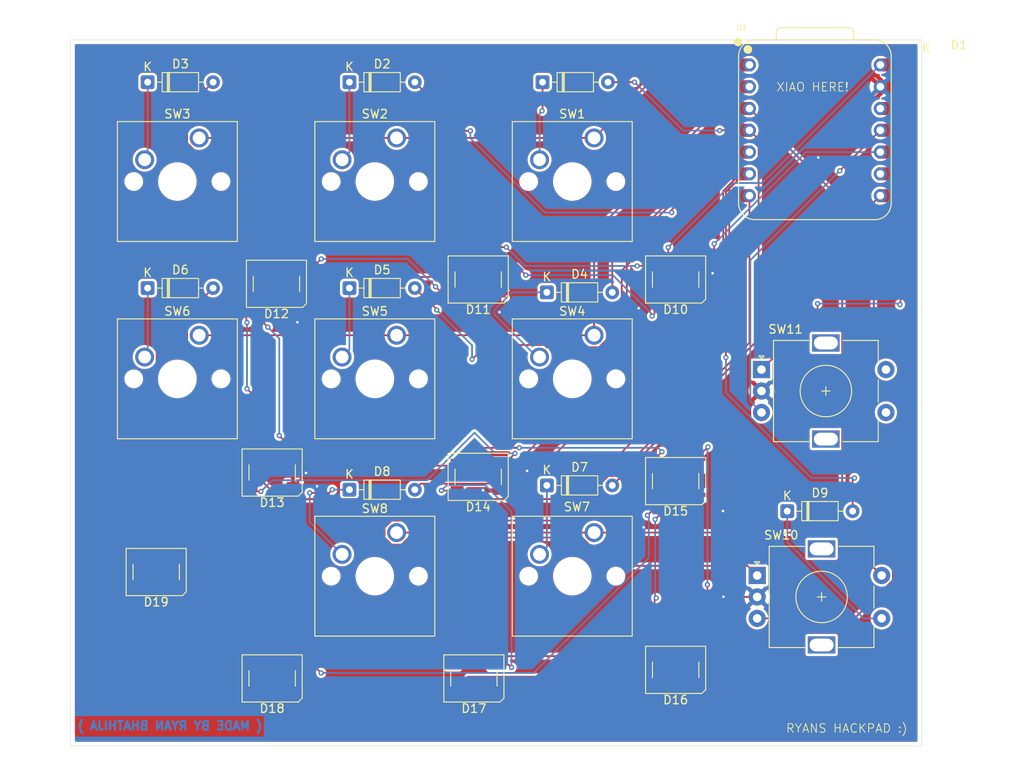
<source format=kicad_pcb>
(kicad_pcb (version 20241229) (generator "pcbnew") (generator_version "9.0")
  (layers (0 "F.Cu" signal) (2 "B.Cu" signal) (13 "F.Paste" user) (15 "B.Paste" user) (5 "F.SilkS" user "F.Silkscreen") (7 "B.SilkS" user "B.Silkscreen") (1 "F.Mask" user) (3 "B.Mask" user) (25 "Edge.Cuts" user))
  (net 0 "")
  (net 1 "/COL0")
  (net 2 "Net-(D1-K)")
  (net 3 "Net-(D2-K)")
  (net 4 "/COL1")
  (net 5 "/COL2")
  (net 6 "Net-(D3-K)")
  (net 7 "Net-(D4-K)")
  (net 8 "Net-(D5-K)")
  (net 9 "Net-(D6-K)")
  (net 10 "Net-(D7-K)")
  (net 11 "Net-(D8-K)")
  (net 12 "Net-(D9-K)")
  (net 13 "Net-(D10-DOUT)")
  (net 14 "/LED_DATA")
  (net 15 "GND")
  (net 16 "+5V")
  (net 17 "Net-(D11-DOUT)")
  (net 18 "Net-(D12-DOUT)")
  (net 19 "Net-(D13-DOUT)")
  (net 20 "Net-(D14-DOUT)")
  (net 21 "Net-(D15-DOUT)")
  (net 22 "Net-(D15-DIN)")
  (net 23 "Net-(D16-DIN)")
  (net 24 "Net-(D18-DOUT)")
  (net 26 "/ROW0")
  (net 27 "/ROW1")
  (net 28 "/ROW2")
  (net 29 "/ENC1_A")
  (net 30 "/ENC1_B")
  (net 32 "/ENC2_A")
  (net 33 "/ENC2_B")
  (footprint "Button_Switch_Keyboard:SW_Cherry_MX_1.00u_PCB" (layer "F.Cu") (at 144 57)
    (property "Reference" "SW1")
    (property "Value" "SW_Push")
  )
  (footprint "Diode_THT:D_DO-35_SOD27_P7.62mm_Horizontal" (layer "F.Cu") (at 115.5 50.5)
    (property "Reference" "D2")
    (property "Value" "D_Small")
  )
  (footprint "Diode_THT:D_DO-35_SOD27_P7.62mm_Horizontal" (layer "F.Cu") (at 115.5 74.5)
    (property "Reference" "D5")
    (property "Value" "D_Small")
  )
  (footprint "Diode_THT:D_DO-35_SOD27_P7.62mm_Horizontal" (layer "F.Cu") (at 92 74.5)
    (property "Reference" "D6")
    (property "Value" "D_Small")
  )
  (footprint "LED_SMD:LED_SK6812_PLCC4_5.0x5.0mm_P3.2mm" (layer "F.Cu") (at 92.99 107.6 180)
    (property "Reference" "D19")
    (property "Value" "SK6812")
  )
  (footprint "Button_Switch_Keyboard:SW_Cherry_MX_1.00u_PCB" (layer "F.Cu") (at 121 80)
    (property "Reference" "SW5")
    (property "Value" "SW_Push")
  )
  (footprint "Button_Switch_Keyboard:SW_Cherry_MX_1.00u_PCB" (layer "F.Cu") (at 144 103)
    (property "Reference" "SW7")
    (property "Value" "SW_Push")
  )
  (footprint "Button_Switch_Keyboard:SW_Cherry_MX_1.00u_PCB" (layer "F.Cu") (at 98 57)
    (property "Reference" "SW3")
    (property "Value" "SW_Push")
  )
  (footprint "Diode_THT:D_DO-35_SOD27_P7.62mm_Horizontal" (layer "F.Cu") (at 138.5 75)
    (property "Reference" "D4")
    (property "Value" "D_Small")
  )
  (footprint "Button_Switch_Keyboard:SW_Cherry_MX_1.00u_PCB" (layer "F.Cu") (at 98 80)
    (property "Reference" "SW6")
    (property "Value" "SW_Push")
  )
  (footprint "LED_SMD:LED_SK6812_PLCC4_5.0x5.0mm_P3.2mm" (layer "F.Cu") (at 107 74 180)
    (property "Reference" "D12")
    (property "Value" "SK6812")
  )
  (footprint "Button_Switch_Keyboard:SW_Cherry_MX_1.00u_PCB" (layer "F.Cu") (at 121 57)
    (property "Reference" "SW2")
    (property "Value" "SW_Push")
  )
  (footprint "Diode_THT:D_DO-35_SOD27_P7.62mm_Horizontal" (layer "F.Cu") (at 115.5 98)
    (property "Reference" "D8")
    (property "Value" "D_Small")
  )
  (footprint "LED_SMD:LED_SK6812_PLCC4_5.0x5.0mm_P3.2mm" (layer "F.Cu") (at 153.5 73.5 180)
    (property "Reference" "D10")
    (property "Value" "SK6812")
  )
  (footprint "Rotary_Encoder:RotaryEncoder_Alps_EC11E-Switch_Vertical_H20mm" (layer "F.Cu") (at 163 108)
    (property "Reference" "SW10")
    (property "Value" "RotaryEncoder_Switch")
  )
  (footprint "OPL:XIAO-RP2040-DIP" (layer "F.Cu") (at 169.72 56.1085)
    (property "Reference" "U1")
    (property "Value" "XIAO-RP2040-DIP")
  )
  (footprint "Button_Switch_Keyboard:SW_Cherry_MX_1.00u_PCB" (layer "F.Cu") (at 144 80)
    (property "Reference" "SW4")
    (property "Value" "SW_Push")
  )
  (footprint "LED_SMD:LED_SK6812_PLCC4_5.0x5.0mm_P3.2mm" (layer "F.Cu") (at 130.5 73.5 180)
    (property "Reference" "D11")
    (property "Value" "SK6812")
  )
  (footprint "LED_SMD:LED_SK6812_PLCC4_5.0x5.0mm_P3.2mm" (layer "F.Cu") (at 130.5 96.5 180)
    (property "Reference" "D14")
    (property "Value" "SK6812")
  )
  (footprint "LED_SMD:LED_SK6812_PLCC4_5.0x5.0mm_P3.2mm" (layer "F.Cu") (at 153.5 119 180)
    (property "Reference" "D16")
    (property "Value" "SK6812")
  )
  (footprint "Rotary_Encoder:RotaryEncoder_Alps_EC11E-Switch_Vertical_H20mm" (layer "F.Cu") (at 163.5 84)
    (property "Reference" "SW11")
    (property "Value" "RotaryEncoder_Switch")
  )
  (footprint "LED_SMD:LED_SK6812_PLCC4_5.0x5.0mm_P3.2mm" (layer "F.Cu") (at 153.5 97 180)
    (property "Reference" "D15")
    (property "Value" "SK6812")
  )
  (footprint "LED_SMD:LED_SK6812_PLCC4_5.0x5.0mm_P3.2mm" (layer "F.Cu") (at 130 120 180)
    (property "Reference" "D17")
    (property "Value" "SK6812")
  )
  (footprint "Diode_THT:D_DO-35_SOD27_P7.62mm_Horizontal" (layer "F.Cu") (at 92 50.5)
    (property "Reference" "D3")
    (property "Value" "D_Small")
  )
  (footprint "Button_Switch_Keyboard:SW_Cherry_MX_1.00u_PCB" (layer "F.Cu") (at 121 103)
    (property "Reference" "SW8")
    (property "Value" "SW_Push")
  )
  (footprint "Diode_THT:D_DO-35_SOD27_P7.62mm_Horizontal" (layer "F.Cu") (at 138.5 97.5)
    (property "Reference" "D7")
    (property "Value" "D_Small")
  )
  (footprint "LED_SMD:LED_SK6812_PLCC4_5.0x5.0mm_P3.2mm" (layer "F.Cu") (at 106.5 120 180)
    (property "Reference" "D18")
    (property "Value" "SK6812")
  )
  (footprint "Diode_THT:D_DO-35_SOD27_P7.62mm_Horizontal" (layer "F.Cu") (at 138 50.5)
    (property "Reference" "D1")
    (property "Value" "D_Small")
  )
  (footprint "LED_SMD:LED_SK6812_PLCC4_5.0x5.0mm_P3.2mm" (layer "F.Cu") (at 106.5 96 180)
    (property "Reference" "D13")
    (property "Value" "SK6812")
  )
  (footprint "Diode_THT:D_DO-35_SOD27_P7.62mm_Horizontal" (layer "F.Cu") (at 166.5 100.5)
    (property "Reference" "D9")
    (property "Value" "D_Small")
  )
  (gr_rect (start 83.025 45.575) (end 182.175 127.875) (stroke (width 0.05)) (fill no) (layer "Edge.Cuts"))
  (gr_text "( MADE BY RYAN BHATHIJA )" (at 105.5 126.1 0) (layer "B.Cu") (effects (font (size 1 1) (thickness 0.25) (bold yes)) (justify left bottom mirror)))
  (gr_text "XIAO HERE!" (at 165.175 51.65 0) (layer "F.SilkS") (effects (font (size 1 1) (thickness 0.1)) (justify left bottom)))
  (gr_text "RYANS HACKPAD :)" (at 166.3 126.4 0) (layer "F.SilkS") (effects (font (size 1 1) (thickness 0.1)) (justify left bottom)))
  (segment (start 146.12 71.01087) (end 146.12 75) (width 0.2) (layer "F.Cu") (net 1))
  (segment (start 158.6615 56.1085) (end 158.63 56.14) (width 0.2) (layer "F.Cu") (net 1))
  (segment (start 162.1 56.1085) (end 163.163 57.1715) (width 0.2) (layer "F.Cu") (net 1))
  (segment (start 148.68 50.5) (end 145.62 50.5) (width 0.2) (layer "F.Cu") (net 1))
  (segment (start 148.71 50.53) (end 148.68 50.5) (width 0.2) (layer "F.Cu") (net 1))
  (segment (start 148.71 50.49) (end 148.71 50.53) (width 0.2) (layer "F.Cu") (net 1))
  (segment (start 161.02237 56.1085) (end 146.12 71.01087) (width 0.2) (layer "F.Cu") (net 1))
  (segment (start 162.1 56.1085) (end 158.6615 56.1085) (width 0.2) (layer "F.Cu") (net 1))
  (segment (start 163.163 57.1715) (end 163.163 80.457) (width 0.2) (layer "F.Cu") (net 1))
  (segment (start 162.1 56.1085) (end 161.02237 56.1085) (width 0.2) (layer "F.Cu") (net 1))
  (segment (start 163.163 80.457) (end 146.12 97.5) (width 0.2) (layer "F.Cu") (net 1))
  (via (at 158.63 56.14) (size 0.6) (drill 0.3) (layers "F.Cu" "B.Cu") (net 1))
  (via (at 148.71 50.49) (size 0.6) (drill 0.3) (layers "F.Cu" "B.Cu") (net 1))
  (segment (start 158.69 56.14) (end 154.36 56.14) (width 0.2) (layer "B.Cu") (net 1))
  (segment (start 154.36 56.14) (end 148.71 50.49) (width 0.2) (layer "B.Cu") (net 1))
  (segment (start 158.63 56.14) (end 158.69 56.14) (width 0.2) (layer "B.Cu") (net 1))
  (segment (start 137.54 59.43) (end 137.54 58.92) (width 0.2) (layer "F.Cu") (net 2))
  (segment (start 137.65 59.54) (end 137.54 59.43) (width 0.2) (layer "F.Cu") (net 2))
  (segment (start 138 50.5) (end 138 53.78) (width 0.2) (layer "F.Cu") (net 2))
  (segment (start 138 53.78) (end 137.94 53.84) (width 0.2) (layer "F.Cu") (net 2))
  (via (at 137.94 53.84) (size 0.6) (drill 0.3) (layers "F.Cu" "B.Cu") (net 2))
  (segment (start 137.65 54.13) (end 137.65 59.54) (width 0.2) (layer "B.Cu") (net 2))
  (segment (start 137.94 53.84) (end 137.65 54.13) (width 0.2) (layer "B.Cu") (net 2))
  (segment (start 115.5 50.5) (end 115.5 58.69) (width 0.2) (layer "B.Cu") (net 3))
  (segment (start 115.5 58.69) (end 114.65 59.54) (width 0.2) (layer "B.Cu") (net 3))
  (segment (start 162.1 58.6485) (end 159.04947 58.6485) (width 0.2) (layer "F.Cu") (net 4))
  (segment (start 153.04 65.38) (end 153.04 65.7) (width 0.2) (layer "F.Cu") (net 4))
  (segment (start 138.230314 81.139) (end 131.451 81.139) (width 0.2) (layer "F.Cu") (net 4))
  (segment (start 124.15 75.44) (end 124.06 75.44) (width 0.2) (layer "F.Cu") (net 4))
  (segment (start 124.06 75.44) (end 123.12 74.5) (width 0.2) (layer "F.Cu") (net 4))
  (segment (start 159.7715 58.6485) (end 153.04 65.38) (width 0.2) (layer "F.Cu") (net 4))
  (segment (start 123.821 97.299) (end 123.12 98) (width 0.2) (layer "F.Cu") (net 4))
  (segment (start 161.02237 58.6485) (end 147.221 72.44987) (width 0.2) (layer "F.Cu") (net 4))
  (segment (start 129.59 56.17) (end 128.79 56.17) (width 0.2) (layer "F.Cu") (net 4))
  (segment (start 147.808985 78.172329) (end 144.580314 81.401) (width 0.2) (layer "F.Cu") (net 4))
  (segment (start 147.808985 69.888985) (end 147.808985 78.172329) (width 0.2) (layer "F.Cu") (net 4))
  (segment (start 162.1 58.6485) (end 161.02237 58.6485) (width 0.2) (layer "F.Cu") (net 4))
  (segment (start 159.04947 58.6485) (end 147.808985 69.888985) (width 0.2) (layer "F.Cu") (net 4))
  (segment (start 129.785 82.805) (end 129.73 82.86) (width 0.2) (layer "F.Cu") (net 4))
  (segment (start 131.451 81.139) (end 129.785 82.805) (width 0.2) (layer "F.Cu") (net 4))
  (segment (start 147.221 82.643816) (end 132.565816 97.299) (width 0.2) (layer "F.Cu") (net 4))
  (segment (start 144.580314 81.401) (end 138.492314 81.401) (width 0.2) (layer "F.Cu") (net 4))
  (segment (start 125.7 77.05) (end 125.73 77.02) (width 0.2) (layer "F.Cu") (net 4))
  (segment (start 132.565816 97.299) (end 123.821 97.299) (width 0.2) (layer "F.Cu") (net 4))
  (segment (start 128.79 56.17) (end 123.12 50.5) (width 0.2) (layer "F.Cu") (net 4))
  (segment (start 138.492314 81.401) (end 138.230314 81.139) (width 0.2) (layer "F.Cu") (net 4))
  (segment (start 125.67 77.05) (end 125.7 77.05) (width 0.2) (layer "F.Cu") (net 4))
  (segment (start 125.73 77.02) (end 124.15 75.44) (width 0.2) (layer "F.Cu") (net 4))
  (segment (start 162.1 58.6485) (end 159.7715 58.6485) (width 0.2) (layer "F.Cu") (net 4))
  (segment (start 147.221 72.44987) (end 147.221 82.643816) (width 0.2) (layer "F.Cu") (net 4))
  (via (at 153.04 65.7) (size 0.6) (drill 0.3) (layers "F.Cu" "B.Cu") (net 4))
  (via (at 129.785 82.805) (size 0.6) (drill 0.3) (layers "F.Cu" "B.Cu") (net 4))
  (via (at 129.59 56.17) (size 0.6) (drill 0.3) (layers "F.Cu" "B.Cu") (net 4))
  (via (at 125.67 77.05) (size 0.6) (drill 0.3) (layers "F.Cu" "B.Cu") (net 4))
  (segment (start 129.785 82.805) (end 129.785 81.165) (width 0.2) (layer "B.Cu") (net 4))
  (segment (start 153.04 65.7) (end 138.26 65.7) (width 0.2) (layer "B.Cu") (net 4))
  (segment (start 129.785 81.165) (end 125.67 77.05) (width 0.2) (layer "B.Cu") (net 4))
  (segment (start 129.59 57.03) (end 129.59 56.17) (width 0.2) (layer "B.Cu") (net 4))
  (segment (start 138.26 65.7) (end 129.59 57.03) (width 0.2) (layer "B.Cu") (net 4))
  (segment (start 161.486374 61.1885) (end 159.36 63.314874) (width 0.2) (layer "F.Cu") (net 5))
  (segment (start 159.36 63.314874) (end 159.36 82.59) (width 0.2) (layer "F.Cu") (net 5))
  (segment (start 159.748 62.46287) (end 159.748 81.102) (width 0.2) (layer "F.Cu") (net 5))
  (segment (start 159.04947 63.1614) (end 159.04947 74.269) (width 0.2) (layer "F.Cu") (net 5))
  (segment (start 174.12 96.85) (end 174.12 100.5) (width 0.2) (layer "F.Cu") (net 5))
  (segment (start 93.051 77.43716) (end 98.580314 71.907846) (width 0.2) (layer "F.Cu") (net 5))
  (segment (start 161.02237 61.1885) (end 159.748 62.46287) (width 0.2) (layer "F.Cu") (net 5))
  (segment (start 141.749 99.101) (end 107.403 99.101) (width 0.2) (layer "F.Cu") (net 5))
  (segment (start 161.02237 61.1885) (end 159.04947 63.1614) (width 0.2) (layer "F.Cu") (net 5))
  (segment (start 98.580314 71.907846) (end 98.580314 59.561628) (width 0.2) (layer "F.Cu") (net 5))
  (segment (start 159.748 81.102) (end 141.749 99.101) (width 0.2) (layer "F.Cu") (net 5))
  (segment (start 102.70253 99.101) (end 102.70253 88.997714) (width 0.2) (layer "F.Cu") (net 5))
  (segment (start 98.580314 59.561628) (end 96.599 57.580314) (width 0.2) (layer "F.Cu") (net 5))
  (segment (start 159.04947 74.269) (end 134.21747 99.101) (width 0.2) (layer "F.Cu") (net 5))
  (segment (start 162.1 61.1885) (end 161.486374 61.1885) (width 0.2) (layer "F.Cu") (net 5))
  (segment (start 96.599 57.580314) (end 96.599 53.521) (width 0.2) (layer "F.Cu") (net 5))
  (segment (start 96.599 77.521) (end 99.62 74.5) (width 0.2) (layer "F.Cu") (net 5))
  (segment (start 174.33 96.64) (end 174.12 96.85) (width 0.2) (layer "F.Cu") (net 5))
  (segment (start 105.101 96.799) (end 103.79747 96.799) (width 0.2) (layer "F.Cu") (net 5))
  (segment (start 102.70253 88.997714) (end 96.599 82.894184) (width 0.2) (layer "F.Cu") (net 5))
  (segment (start 134.21747 99.101) (end 102.70253 99.101) (width 0.2) (layer "F.Cu") (net 5))
  (segment (start 96.599 82.894184) (end 96.599 77.521) (width 0.2) (layer "F.Cu") (net 5))
  (segment (start 107.403 99.101) (end 105.101 96.799) (width 0.2) (layer "F.Cu") (net 5))
  (segment (start 96.599 53.521) (end 99.62 50.5) (width 0.2) (layer "F.Cu") (net 5))
  (segment (start 103.79747 96.799) (end 93.051 86.05253) (width 0.2) (layer "F.Cu") (net 5))
  (segment (start 93.051 86.05253) (end 93.051 77.43716) (width 0.2) (layer "F.Cu") (net 5))
  (segment (start 162.1 61.1885) (end 161.02237 61.1885) (width 0.2) (layer "F.Cu") (net 5))
  (via (at 159.36 82.59) (size 0.6) (drill 0.3) (layers "F.Cu" "B.Cu") (net 5))
  (via (at 174.33 96.64) (size 0.6) (drill 0.3) (layers "F.Cu" "B.Cu") (net 5))
  (segment (start 159.36 82.59) (end 159.36 86.699892) (width 0.2) (layer "B.Cu") (net 5))
  (segment (start 169.300108 96.64) (end 174.33 96.64) (width 0.2) (layer "B.Cu") (net 5))
  (segment (start 159.36 86.699892) (end 169.300108 96.64) (width 0.2) (layer "B.Cu") (net 5))
  (segment (start 92 50.5) (end 92 59.19) (width 0.2) (layer "B.Cu") (net 6))
  (segment (start 92 59.19) (end 91.65 59.54) (width 0.2) (layer "B.Cu") (net 6))
  (segment (start 134.440057 75) (end 132.379 77.061057) (width 0.2) (layer "B.Cu") (net 7))
  (segment (start 132.379 77.061057) (end 132.379 77.558943) (width 0.2) (layer "B.Cu") (net 7))
  (segment (start 137.360057 82.54) (end 137.65 82.54) (width 0.2) (layer "B.Cu") (net 7))
  (segment (start 132.379 77.558943) (end 137.360057 82.54) (width 0.2) (layer "B.Cu") (net 7))
  (segment (start 138.5 75) (end 134.440057 75) (width 0.2) (layer "B.Cu") (net 7))
  (segment (start 115.5 74.5) (end 115.5 81.69) (width 0.2) (layer "B.Cu") (net 8))
  (segment (start 115.5 81.69) (end 114.65 82.54) (width 0.2) (layer "B.Cu") (net 8))
  (segment (start 92 82.19) (end 91.65 82.54) (width 0.2) (layer "B.Cu") (net 9))
  (segment (start 92 74.5) (end 92 82.19) (width 0.2) (layer "B.Cu") (net 9))
  (segment (start 138.5 97.5) (end 138.5 104.69) (width 0.2) (layer "B.Cu") (net 10))
  (segment (start 138.5 104.69) (end 137.65 105.54) (width 0.2) (layer "B.Cu") (net 10))
  (segment (start 113.125 98.375) (end 110.875 98.375) (width 0.2) (layer "F.Cu") (net 11))
  (segment (start 113.5 98) (end 113.125 98.375) (width 0.2) (layer "F.Cu") (net 11))
  (via (at 110.875 98.375) (size 0.6) (drill 0.3) (layers "F.Cu" "B.Cu") (net 11))
  (via (at 113.5 98) (size 0.6) (drill 0.3) (layers "F.Cu" "B.Cu") (net 11))
  (segment (start 115.5 98.51) (end 115.31 98.7) (width 0.2) (layer "B.Cu") (net 11))
  (segment (start 115.5 98) (end 115.5 98.67) (width 0.2) (layer "B.Cu") (net 11))
  (segment (start 110.875 98.375) (end 110.875 101.765) (width 0.2) (layer "B.Cu") (net 11))
  (segment (start 110.875 101.765) (end 114.65 105.54) (width 0.2) (layer "B.Cu") (net 11))
  (segment (start 115.5 98) (end 113.5 98) (width 0.2) (layer "B.Cu") (net 11))
  (segment (start 115.5 98) (end 115.5 98.51) (width 0.2) (layer "B.Cu") (net 11))
  (segment (start 115.5 98.67) (end 115.47 98.7) (width 0.2) (layer "B.Cu") (net 11))
  (segment (start 166.5 104.102) (end 166.5 100.5) (width 0.2) (layer "B.Cu") (net 12))
  (segment (start 177.5 113) (end 175.398 113) (width 0.2) (layer "B.Cu") (net 12))
  (segment (start 175.398 113) (end 166.5 104.102) (width 0.2) (layer "B.Cu") (net 12))
  (segment (start 151.05 77.47) (end 150.76 77.76) (width 0.2) (layer "F.Cu") (net 13))
  (segment (start 134.96 71.9) (end 132.95 71.9) (width 0.2) (layer "F.Cu") (net 13))
  (segment (start 136.05 72.99) (end 134.96 71.9) (width 0.2) (layer "F.Cu") (net 13))
  (segment (start 151.05 75.1) (end 151.05 77.47) (width 0.2) (layer "F.Cu") (net 13))
  (via (at 150.76 77.76) (size 0.6) (drill 0.3) (layers "F.Cu" "B.Cu") (net 13))
  (via (at 136.05 72.99) (size 0.6) (drill 0.3) (layers "F.Cu" "B.Cu") (net 13))
  (segment (start 150.76 77.76) (end 150.76 77.570057) (width 0.2) (layer "B.Cu") (net 13))
  (segment (start 150.76 77.570057) (end 146.179943 72.99) (width 0.2) (layer "B.Cu") (net 13))
  (segment (start 146.179943 72.99) (end 136.05 72.99) (width 0.2) (layer "B.Cu") (net 13))
  (segment (start 157.99 69.34) (end 157.99 69.86) (width 0.2) (layer "F.Cu") (net 14))
  (segment (start 157.99 69.86) (end 155.95 71.9) (width 0.2) (layer "F.Cu") (net 14))
  (via (at 157.99 69.34) (size 0.6) (drill 0.3) (layers "F.Cu" "B.Cu") (net 14))
  (segment (start 168.6815 58.6485) (end 157.99 69.34) (width 0.2) (layer "B.Cu") (net 14))
  (segment (start 177.34 58.6485) (end 168.6815 58.6485) (width 0.2) (layer "B.Cu") (net 14))
  (segment (start 157.99 69.34) (end 157.97 69.36) (width 0.2) (layer "B.Cu") (net 14))
  (segment (start 162.199 87.801) (end 163.5 86.5) (width 0.2) (layer "F.Cu") (net 15))
  (segment (start 130.399 77.651) (end 111.501 77.651) (width 0.2) (layer "F.Cu") (net 15))
  (segment (start 159.09 110.5) (end 163 110.5) (width 0.2) (layer "F.Cu") (net 15))
  (segment (start 132.98 77.31) (end 132.95 77.28) (width 0.2) (layer "F.Cu") (net 15))
  (segment (start 155.149 74.299) (end 150.110985 74.299) (width 0.2) (layer "F.Cu") (net 15))
  (segment (start 155.95 98.6) (end 162.199 92.351) (width 0.2) (layer "F.Cu") (net 15))
  (segment (start 110.44 96.05) (end 110.44 96.11) (width 0.2) (layer "F.Cu") (net 15))
  (segment (start 155.95 75.1) (end 155.149 74.299) (width 0.2) (layer "F.Cu") (net 15))
  (segment (start 108.95 97.6) (end 111.73 97.6) (width 0.2) (layer "F.Cu") (net 15))
  (segment (start 178.175 51.0285) (end 170.11 59.0935) (width 0.2) (layer "F.Cu") (net 15))
  (segment (start 91.439 105.199) (end 95.44 109.2) (width 0.2) (layer "F.Cu") (net 15))
  (segment (start 111.501 77.651) (end 109.45 75.6) (width 0.2) (layer "F.Cu") (net 15))
  (segment (start 131.649 122.401) (end 109.751 122.401) (width 0.2) (layer "F.Cu") (net 15))
  (segment (start 149.19 75.219985) (end 149.19 76.85) (width 0.2) (layer "F.Cu") (net 15))
  (segment (start 109.751 122.401) (end 108.95 121.6) (width 0.2) (layer "F.Cu") (net 15))
  (segment (start 132.95 98.1) (end 133.91 98.1) (width 0.2) (layer "F.Cu") (net 15))
  (segment (start 90.7739 106.801) (end 89.489 106.801) (width 0.2) (layer "F.Cu") (net 15))
  (segment (start 106.551 119.201) (end 103.1739 119.201) (width 0.2) (layer "F.Cu") (net 15))
  (segment (start 108.95 121.6) (end 106.551 119.201) (width 0.2) (layer "F.Cu") (net 15))
  (segment (start 131.06 98.07) (end 132.92 98.07) (width 0.2) (layer "F.Cu") (net 15))
  (segment (start 109.45 75.6) (end 109.45 78.48) (width 0.2) (layer "F.Cu") (net 15))
  (segment (start 132.45 121.6) (end 131.649 122.401) (width 0.2) (layer "F.Cu") (net 15))
  (segment (start 132.95 75.1) (end 130.399 77.651) (width 0.2) (layer "F.Cu") (net 15))
  (segment (start 150.110985 74.299) (end 149.19 75.219985) (width 0.2) (layer "F.Cu") (net 15))
  (segment (start 149.77 102.39) (end 152.16 102.39) (width 0.2) (layer "F.Cu") (net 15))
  (segment (start 103.1739 119.201) (end 90.7739 106.801) (width 0.2) (layer "F.Cu") (net 15))
  (segment (start 149.19 76.85) (end 149.19 76.93) (width 0.2) (layer "F.Cu") (net 15))
  (segment (start 170.11 59.0935) (end 170.11 59.28) (width 0.2) (layer "F.Cu") (net 15))
  (segment (start 162.199 92.351) (end 162.199 87.801) (width 0.2) (layer "F.Cu") (net 15))
  (segment (start 89.489 105.199) (end 91.439 105.199) (width 0.2) (layer "F.Cu") (net 15))
  (segment (start 110.44 96.11) (end 108.95 97.6) (width 0.2) (layer "F.Cu") (net 15))
  (segment (start 159.01 90.99) (end 159.01 100.49) (width 0.2) (layer "F.Cu") (net 15))
  (segment (start 132.95 77.28) (end 132.95 75.1) (width 0.2) (layer "F.Cu") (net 15))
  (segment (start 159.07 117.48) (end 155.95 120.6) (width 0.2) (layer "F.Cu") (net 15))
  (segment (start 111.73 97.6) (end 111.81 97.6) (width 0.2) (layer "F.Cu") (net 15))
  (segment (start 152.16 102.39) (end 155.95 98.6) (width 0.2) (layer "F.Cu") (net 15))
  (segment (start 157.81 72.77) (end 157.81 73.24) (width 0.2) (layer "F.Cu") (net 15))
  (segment (start 154.95 121.6) (end 132.45 121.6) (width 0.2) (layer "F.Cu") (net 15))
  (segment (start 157.81 73.24) (end 155.95 75.1) (width 0.2) (layer "F.Cu") (net 15))
  (segment (start 133.91 98.1) (end 136.2 95.81) (width 0.2) (layer "F.Cu") (net 15))
  (segment (start 159.07 110.48) (end 159.09 110.5) (width 0.2) (layer "F.Cu") (net 15))
  (segment (start 89.489 106.801) (end 89.489 105.199) (width 0.2) (layer "F.Cu") (net 15))
  (segment (start 163.5 86.5) (end 159.01 90.99) (width 0.2) (layer "F.Cu") (net 15))
  (segment (start 159.07 110.48) (end 159.07 117.48) (width 0.2) (layer "F.Cu") (net 15))
  (segment (start 155.95 120.6) (end 154.95 121.6) (width 0.2) (layer "F.Cu") (net 15))
  (segment (start 132.92 98.07) (end 132.95 98.1) (width 0.2) (layer "F.Cu") (net 15))
  (segment (start 109.45 78.48) (end 109.42 78.51) (width 0.2) (layer "F.Cu") (net 15))
  (via (at 132.98 77.31) (size 0.6) (drill 0.3) (layers "F.Cu" "B.Cu") (net 15))
  (via (at 157.81 72.77) (size 0.6) (drill 0.3) (layers "F.Cu" "B.Cu") (net 15))
  (via (at 149.77 102.39) (size 0.6) (drill 0.3) (layers "F.Cu" "B.Cu") (net 15))
  (via (at 110.44 96.05) (size 0.6) (drill 0.3) (layers "F.Cu" "B.Cu") (net 15))
  (via (at 136.2 95.81) (size 0.6) (drill 0.3) (layers "F.Cu" "B.Cu") (net 15))
  (via (at 159.01 100.49) (size 0.6) (drill 0.3) (layers "F.Cu" "B.Cu") (net 15))
  (via (at 149.19 76.85) (size 0.6) (drill 0.3) (layers "F.Cu" "B.Cu") (net 15))
  (via (at 159.07 110.48) (size 0.6) (drill 0.3) (layers "F.Cu" "B.Cu") (net 15))
  (via (at 109.45 78.48) (size 0.6) (drill 0.3) (layers "F.Cu" "B.Cu") (net 15))
  (via (at 131.06 98.07) (size 0.6) (drill 0.3) (layers "F.Cu" "B.Cu") (net 15))
  (via (at 111.73 97.6) (size 0.6) (drill 0.3) (layers "F.Cu" "B.Cu") (net 15))
  (via (at 170.11 59.28) (size 0.6) (drill 0.3) (layers "F.Cu" "B.Cu") (net 15))
  (segment (start 159.01 110.42) (end 159.07 110.48) (width 0.2) (layer "B.Cu") (net 15))
  (segment (start 159.01 100.49) (end 159.01 110.42) (width 0.2) (layer "B.Cu") (net 15))
  (segment (start 149.19 76.85) (end 148.73 77.31) (width 0.2) (layer "B.Cu") (net 15))
  (segment (start 109.45 78.48) (end 109.45 95.06) (width 0.2) (layer "B.Cu") (net 15))
  (segment (start 136.2 95.81) (end 139.44 95.81) (width 0.2) (layer "B.Cu") (net 15))
  (segment (start 157.81 71.58) (end 157.81 72.77) (width 0.2) (layer "B.Cu") (net 15))
  (segment (start 111.73 97.6) (end 113.231 99.101) (width 0.2) (layer "B.Cu") (net 15))
  (segment (start 139.44 95.81) (end 146.02 102.39) (width 0.2) (layer "B.Cu") (net 15))
  (segment (start 170.11 59.28) (end 157.81 71.58) (width 0.2) (layer "B.Cu") (net 15))
  (segment (start 132.98 77.31) (end 132.9 77.31) (width 0.2) (layer "B.Cu") (net 15))
  (segment (start 146.02 102.39) (end 149.77 102.39) (width 0.2) (layer "B.Cu") (net 15))
  (segment (start 109.45 95.06) (end 110.44 96.05) (width 0.2) (layer "B.Cu") (net 15))
  (segment (start 130.029 99.101) (end 131.06 98.07) (width 0.2) (layer "B.Cu") (net 15))
  (segment (start 113.231 99.101) (end 130.029 99.101) (width 0.2) (layer "B.Cu") (net 15))
  (segment (start 148.73 77.31) (end 132.98 77.31) (width 0.2) (layer "B.Cu") (net 15))
  (segment (start 110.44 96.05) (end 110.57 96.18) (width 0.2) (layer "B.Cu") (net 15))
  (segment (start 126.749 73.201) (end 105.351 73.201) (width 0.2) (layer "F.Cu") (net 16))
  (segment (start 104.851 95.201) (end 127.749 95.201) (width 0.2) (layer "F.Cu") (net 16))
  (segment (start 103.499 78.439) (end 103.57 78.51) (width 0.2) (layer "F.Cu") (net 16))
  (segment (start 151.05 71.9) (end 149.04 71.9) (width 0.2) (layer "F.Cu") (net 16))
  (segment (start 151.24 110.63) (end 151.05 110.82) (width 0.2) (layer "F.Cu") (net 16))
  (segment (start 126.36 117.21) (end 105.24 117.21) (width 0.2) (layer "F.Cu") (net 16))
  (segment (start 152.36 96.71) (end 152.36 100.21) (width 0.2) (layer "F.Cu") (net 16))
  (segment (start 133.78 69.73) (end 130.22 69.73) (width 0.2) (layer "F.Cu") (net 16))
  (segment (start 152.64 70.31) (end 151.05 71.9) (width 0.2) (layer "F.Cu") (net 16))
  (segment (start 129.83 93.12) (end 135.28 93.12) (width 0.2) (layer "F.Cu") (net 16))
  (segment (start 149.04 71.9) (end 149.02 71.92) (width 0.2) (layer "F.Cu") (net 16))
  (segment (start 127.55 118.4) (end 126.36 117.21) (width 0.2) (layer "F.Cu") (net 16))
  (segment (start 151.05 94.44) (end 151.05 95.4) (width 0.2) (layer "F.Cu") (net 16))
  (segment (start 105.24 117.21) (end 104.05 118.4) (width 0.2) (layer "F.Cu") (net 16))
  (segment (start 103.499 73.451) (end 103.499 78.439) (width 0.2) (layer "F.Cu") (net 16))
  (segment (start 103.57 86.24) (end 104.05 86.72) (width 0.2) (layer "F.Cu") (net 16))
  (segment (start 104.05 94.4) (end 104.851 95.201) (width 0.2) (layer "F.Cu") (net 16))
  (segment (start 130.22 69.73) (end 128.05 71.9) (width 0.2) (layer "F.Cu") (net 16))
  (segment (start 151.05 117.4) (end 128.55 117.4) (width 0.2) (layer "F.Cu") (net 16))
  (segment (start 152.64 69.75) (end 152.64 70.31) (width 0.2) (layer "F.Cu") (net 16))
  (segment (start 127.749 95.201) (end 128.05 94.9) (width 0.2) (layer "F.Cu") (net 16))
  (segment (start 102.94 118.4) (end 90.54 106) (width 0.2) (layer "F.Cu") (net 16))
  (segment (start 104.05 118.4) (end 102.94 118.4) (width 0.2) (layer "F.Cu") (net 16))
  (segment (start 104.55 72.4) (end 103.499 73.451) (width 0.2) (layer "F.Cu") (net 16))
  (segment (start 151.11 101.46) (end 151.09 101.48) (width 0.2) (layer "F.Cu") (net 16))
  (segment (start 151.05 110.82) (end 151.05 117.4) (width 0.2) (layer "F.Cu") (net 16))
  (segment (start 128.05 94.9) (end 129.83 93.12) (width 0.2) (layer "F.Cu") (net 16))
  (segment (start 104.05 86.72) (end 104.05 94.4) (width 0.2) (layer "F.Cu") (net 16))
  (segment (start 151.91 93.58) (end 151.05 94.44) (width 0.2) (layer "F.Cu") (net 16))
  (segment (start 105.351 73.201) (end 104.55 72.4) (width 0.2) (layer "F.Cu") (net 16))
  (segment (start 151.05 95.4) (end 152.36 96.71) (width 0.2) (layer "F.Cu") (net 16))
  (segment (start 152.36 100.21) (end 151.11 101.46) (width 0.2) (layer "F.Cu") (net 16))
  (segment (start 128.55 117.4) (end 127.55 118.4) (width 0.2) (layer "F.Cu") (net 16))
  (segment (start 128.05 71.9) (end 126.749 73.201) (width 0.2) (layer "F.Cu") (net 16))
  (via (at 151.24 110.63) (size 0.6) (drill 0.3) (layers "F.Cu" "B.Cu") (net 16))
  (via (at 103.57 78.51) (size 0.6) (drill 0.3) (layers "F.Cu" "B.Cu") (net 16))
  (via (at 103.57 86.24) (size 0.6) (drill 0.3) (layers "F.Cu" "B.Cu") (net 16))
  (via (at 135.28 93.12) (size 0.6) (drill 0.3) (layers "F.Cu" "B.Cu") (net 16))
  (via (at 151.91 93.58) (size 0.6) (drill 0.3) (layers "F.Cu" "B.Cu") (net 16))
  (via (at 152.64 69.75) (size 0.6) (drill 0.3) (layers "F.Cu" "B.Cu") (net 16))
  (via (at 151.11 101.46) (size 0.6) (drill 0.3) (layers "F.Cu" "B.Cu") (net 16))
  (via (at 133.78 69.73) (size 0.6) (drill 0.3) (layers "F.Cu" "B.Cu") (net 16))
  (via (at 149.02 71.92) (size 0.6) (drill 0.3) (layers "F.Cu" "B.Cu") (net 16))
  (segment (start 160.1385 62.2515) (end 152.64 69.75) (width 0.2) (layer "B.Cu") (net 16))
  (segment (start 151.45 93.12) (end 151.91 93.58) (width 0.2) (layer "B.Cu") (net 16))
  (segment (start 151.11 110.5) (end 151.24 110.63) (width 0.2) (layer "B.Cu") (net 16))
  (segment (start 135.97 71.92) (end 133.78 69.73) (width 0.2) (layer "B.Cu") (net 16))
  (segment (start 135.28 93.12) (end 151.45 93.12) (width 0.2) (layer "B.Cu") (net 16))
  (segment (start 151.11 101.46) (end 151.11 110.5) (width 0.2) (layer "B.Cu") (net 16))
  (segment (start 149.02 71.92) (end 135.97 71.92) (width 0.2) (layer "B.Cu") (net 16))
  (segment (start 163.577 62.2515) (end 160.1385 62.2515) (width 0.2) (layer "B.Cu") (net 16))
  (segment (start 103.57 78.51) (end 103.57 86.24) (width 0.2) (layer "B.Cu") (net 16))
  (segment (start 177.34 48.4885) (end 163.577 62.2515) (width 0.2) (layer "B.Cu") (net 16))
  (segment (start 112.22 71.1) (end 110.92 72.4) (width 0.2) (layer "F.Cu") (net 17))
  (segment (start 128.05 75.1) (end 126.3 75.1) (width 0.2) (layer "F.Cu") (net 17))
  (segment (start 126.3 75.1) (end 125.54 74.34) (width 0.2) (layer "F.Cu") (net 17))
  (segment (start 110.92 72.4) (end 109.45 72.4) (width 0.2) (layer "F.Cu") (net 17))
  (via (at 112.22 71.1) (size 0.6) (drill 0.3) (layers "F.Cu" "B.Cu") (net 17))
  (via (at 125.54 74.34) (size 0.6) (drill 0.3) (layers "F.Cu" "B.Cu") (net 17))
  (segment (start 122.3 71.1) (end 112.22 71.1) (width 0.2) (layer "B.Cu") (net 17))
  (segment (start 125.54 74.34) (end 122.3 71.1) (width 0.2) (layer "B.Cu") (net 17))
  (segment (start 104.55 77.6) (end 106 79.05) (width 0.2) (layer "F.Cu") (net 18))
  (segment (start 108.95 93.32) (end 108.95 94.4) (width 0.2) (layer "F.Cu") (net 18))
  (segment (start 106 79.05) (end 106.02 79.07) (width 0.2) (layer "F.Cu") (net 18))
  (segment (start 107.33 91.7) (end 108.95 93.32) (width 0.2) (layer "F.Cu") (net 18))
  (segment (start 104.55 75.6) (end 104.55 77.6) (width 0.2) (layer "F.Cu") (net 18))
  (via (at 106 79.05) (size 0.6) (drill 0.3) (layers "F.Cu" "B.Cu") (net 18))
  (via (at 107.33 91.7) (size 0.6) (drill 0.3) (layers "F.Cu" "B.Cu") (net 18))
  (segment (start 107.33 80.38) (end 107.33 91.7) (width 0.2) (layer "B.Cu") (net 18))
  (segment (start 106 79.05) (end 107.33 80.38) (width 0.2) (layer "B.Cu") (net 18))
  (segment (start 133.66 94.9) (end 132.95 94.9) (width 0.2) (layer "F.Cu") (net 19))
  (segment (start 104.05 97.6) (end 104.66 98.21) (width 0.2) (layer "F.Cu") (net 19))
  (segment (start 104.66 98.21) (end 105.2 98.21) (width 0.2) (layer "F.Cu") (net 19))
  (segment (start 134.79 93.77) (end 133.66 94.9) (width 0.2) (layer "F.Cu") (net 19))
  (via (at 105.2 98.21) (size 0.6) (drill 0.3) (layers "F.Cu" "B.Cu") (net 19))
  (via (at 134.79 93.77) (size 0.6) (drill 0.3) (layers "F.Cu" "B.Cu") (net 19))
  (segment (start 105.2 98.21) (end 106.511 96.899) (width 0.2) (layer "B.Cu") (net 19))
  (segment (start 124.531 96.899) (end 130.07 91.36) (width 0.2) (layer "B.Cu") (net 19))
  (segment (start 106.511 96.899) (end 124.531 96.899) (width 0.2) (layer "B.Cu") (net 19))
  (segment (start 130.07 91.36) (end 132.48 93.77) (width 0.2) (layer "B.Cu") (net 19))
  (segment (start 132.48 93.77) (end 134.79 93.77) (width 0.2) (layer "B.Cu") (net 19))
  (segment (start 134.38 118.72) (end 134.06 118.4) (width 0.2) (layer "F.Cu") (net 20))
  (segment (start 126.23 98.1) (end 126.22 98.09) (width 0.2) (layer "F.Cu") (net 20))
  (segment (start 134.06 118.4) (end 132.45 118.4) (width 0.2) (layer "F.Cu") (net 20))
  (segment (start 128.05 98.1) (end 126.23 98.1) (width 0.2) (layer "F.Cu") (net 20))
  (via (at 134.38 118.72) (size 0.6) (drill 0.3) (layers "F.Cu" "B.Cu") (net 20))
  (via (at 126.22 98.09) (size 0.6) (drill 0.3) (layers "F.Cu" "B.Cu") (net 20))
  (segment (start 126.841 97.469) (end 131.308943 97.469) (width 0.2) (layer "B.Cu") (net 20))
  (segment (start 131.308943 97.469) (end 134.38 100.540057) (width 0.2) (layer "B.Cu") (net 20))
  (segment (start 134.38 100.540057) (end 134.38 118.72) (width 0.2) (layer "B.Cu") (net 20))
  (segment (start 126.22 98.09) (end 126.841 97.469) (width 0.2) (layer "B.Cu") (net 20))
  (segment (start 151.05 100.15) (end 150.21 100.99) (width 0.2) (layer "F.Cu") (net 21))
  (segment (start 151.05 98.6) (end 151.05 100.15) (width 0.2) (layer "F.Cu") (net 21))
  (segment (start 112.21 119.36) (end 111.25 118.4) (width 0.2) (layer "F.Cu") (net 21))
  (segment (start 111.25 118.4) (end 108.95 118.4) (width 0.2) (layer "F.Cu") (net 21))
  (via (at 150.21 100.99) (size 0.6) (drill 0.3) (layers "F.Cu" "B.Cu") (net 21))
  (via (at 112.21 119.36) (size 0.6) (drill 0.3) (layers "F.Cu" "B.Cu") (net 21))
  (segment (start 150.371 101.151) (end 150.371 105.94747) (width 0.2) (layer "B.Cu") (net 21))
  (segment (start 150.371 105.94747) (end 136.95847 119.36) (width 0.2) (layer "B.Cu") (net 21))
  (segment (start 136.95847 119.36) (end 112.21 119.36) (width 0.2) (layer "B.Cu") (net 21))
  (segment (start 150.21 100.99) (end 150.371 101.151) (width 0.2) (layer "B.Cu") (net 21))
  (segment (start 151.05 120.6) (end 153.3171 120.6) (width 0.2) (layer "F.Cu") (net 22))
  (segment (start 155.95 94.33) (end 155.95 95.4) (width 0.2) (layer "F.Cu") (net 22))
  (segment (start 153.3171 120.6) (end 155.7161 118.201) (width 0.2) (layer "F.Cu") (net 22))
  (segment (start 157.2 118.002) (end 157.2 109.08) (width 0.2) (layer "F.Cu") (net 22))
  (segment (start 157.001 118.201) (end 157.2 118.002) (width 0.2) (layer "F.Cu") (net 22))
  (segment (start 157.26 93.02) (end 155.95 94.33) (width 0.2) (layer "F.Cu") (net 22))
  (segment (start 155.7161 118.201) (end 157.001 118.201) (width 0.2) (layer "F.Cu") (net 22))
  (via (at 157.26 93.02) (size 0.6) (drill 0.3) (layers "F.Cu" "B.Cu") (net 22))
  (via (at 157.2 109.08) (size 0.6) (drill 0.3) (layers "F.Cu" "B.Cu") (net 22))
  (segment (start 157.2 93.08) (end 157.26 93.02) (width 0.2) (layer "B.Cu") (net 22))
  (segment (start 157.2 109.08) (end 157.2 93.08) (width 0.2) (layer "B.Cu") (net 22))
  (segment (start 129.351 119.799) (end 153.551 119.799) (width 0.2) (layer "F.Cu") (net 23))
  (segment (start 127.55 121.6) (end 129.351 119.799) (width 0.2) (layer "F.Cu") (net 23))
  (segment (start 153.551 119.799) (end 155.95 117.4) (width 0.2) (layer "F.Cu") (net 23))
  (segment (start 89.088 109.6) (end 89.088 105.0329) (width 0.2) (layer "F.Cu") (net 24))
  (segment (start 94.238 104.798) (end 95.44 106) (width 0.2) (layer "F.Cu") (net 24))
  (segment (start 104.05 121.6) (end 101.088 121.6) (width 0.2) (layer "F.Cu") (net 24))
  (segment (start 89.3229 104.798) (end 94.238 104.798) (width 0.2) (layer "F.Cu") (net 24))
  (segment (start 101.088 121.6) (end 89.088 109.6) (width 0.2) (layer "F.Cu") (net 24))
  (segment (start 89.088 105.0329) (end 89.3229 104.798) (width 0.2) (layer "F.Cu") (net 24))
  (segment (start 152.5115 48.4885) (end 144 57) (width 0.2) (layer "F.Cu") (net 26))
  (segment (start 121 57) (end 98 57) (width 0.2) (layer "F.Cu") (net 26))
  (segment (start 162.1 48.4885) (end 152.5115 48.4885) (width 0.2) (layer "F.Cu") (net 26))
  (segment (start 144 57) (end 121 57) (width 0.2) (layer "F.Cu") (net 26))
  (segment (start 162.1 51.0285) (end 161.02237 51.0285) (width 0.2) (layer "F.Cu") (net 27))
  (segment (start 144 68.05087) (end 144 80) (width 0.2) (layer "F.Cu") (net 27))
  (segment (start 121 80) (end 98 80) (width 0.2) (layer "F.Cu") (net 27))
  (segment (start 144 80) (end 121 80) (width 0.2) (layer "F.Cu") (net 27))
  (segment (start 161.02237 51.0285) (end 144 68.05087) (width 0.2) (layer "F.Cu") (net 27))
  (segment (start 172.901 64.3695) (end 172.901 103.401) (width 0.2) (layer "F.Cu") (net 28))
  (segment (start 144 103) (end 121 103) (width 0.2) (layer "F.Cu") (net 28))
  (segment (start 177.5 108) (end 172.5 103) (width 0.2) (layer "F.Cu") (net 28))
  (segment (start 172.5 103) (end 144 103) (width 0.2) (layer "F.Cu") (net 28))
  (segment (start 172.901 103.401) (end 177.5 108) (width 0.2) (layer "F.Cu") (net 28))
  (segment (start 162.1 53.5685) (end 172.901 64.3695) (width 0.2) (layer "F.Cu") (net 28))
  (segment (start 162.1 80.87505) (end 146.57605 96.399) (width 0.2) (layer "F.Cu") (net 29))
  (segment (start 161.879 106.879) (end 163 108) (width 0.2) (layer "F.Cu") (net 29))
  (segment (start 145.897686 106.879) (end 161.879 106.879) (width 0.2) (layer "F.Cu") (net 29))
  (segment (start 121.580314 104.401) (end 122.401 103.580314) (width 0.2) (layer "F.Cu") (net 29))
  (segment (start 146.57605 96.399) (end 145.66395 96.399) (width 0.2) (layer "F.Cu") (net 29))
  (segment (start 119.599 102.419686) (end 119.599 103.580314) (width 0.2) (layer "F.Cu") (net 29))
  (segment (start 140.46395 101.599) (end 120.419686 101.599) (width 0.2) (layer "F.Cu") (net 29))
  (segment (start 145.66395 96.399) (end 140.46395 101.599) (width 0.2) (layer "F.Cu") (net 29))
  (segment (start 122.401 103.580314) (end 142.599 103.580314) (width 0.2) (layer "F.Cu") (net 29))
  (segment (start 142.599 103.580314) (end 145.897686 106.879) (width 0.2) (layer "F.Cu") (net 29))
  (segment (start 119.599 103.580314) (end 120.419686 104.401) (width 0.2) (layer "F.Cu") (net 29))
  (segment (start 120.419686 104.401) (end 121.580314 104.401) (width 0.2) (layer "F.Cu") (net 29))
  (segment (start 120.419686 101.599) (end 119.599 102.419686) (width 0.2) (layer "F.Cu") (net 29))
  (segment (start 162.1 63.7285) (end 162.1 80.87505) (width 0.2) (layer "F.Cu") (net 29))
  (segment (start 176.578001 64.490499) (end 176.578001 99.599049) (width 0.2) (layer "F.Cu") (net 30))
  (segment (start 176.578001 99.599049) (end 178.801 101.822048) (width 0.2) (layer "F.Cu") (net 30))
  (segment (start 177.34 63.7285) (end 176.578001 64.490499) (width 0.2) (layer "F.Cu") (net 30))
  (segment (start 174.339892 113) (end 163 113) (width 0.2) (layer "F.Cu") (net 30))
  (segment (start 178.801 108.538892) (end 174.339892 113) (width 0.2) (layer "F.Cu") (net 30))
  (segment (start 178.801 101.822048) (end 178.801 108.538892) (width 0.2) (layer "F.Cu") (net 30))
  (segment (start 170.03 77.47) (end 163.5 84) (width 0.2) (layer "F.Cu") (net 32))
  (segment (start 179.692 76.358) (end 179.63 76.42) (width 0.2) (layer "F.Cu") (net 32))
  (segment (start 179.692 62.926874) (end 179.692 76.358) (width 0.2) (layer "F.Cu") (net 32))
  (segment (start 177.34 61.1885) (end 177.953626 61.1885) (width 0.2) (layer "F.Cu") (net 32))
  (segment (start 170.03 76.31) (end 170.03 77.47) (width 0.2) (layer "F.Cu") (net 32))
  (segment (start 177.953626 61.1885) (end 179.692 62.926874) (width 0.2) (layer "F.Cu") (net 32))
  (via (at 170.03 76.31) (size 0.6) (drill 0.3) (layers "F.Cu" "B.Cu") (net 32))
  (via (at 179.63 76.42) (size 0.6) (drill 0.3) (layers "F.Cu" "B.Cu") (net 32))
  (segment (start 179.52 76.31) (end 170.03 76.31) (width 0.2) (layer "B.Cu") (net 32))
  (segment (start 179.63 76.42) (end 179.52 76.31) (width 0.2) (layer "B.Cu") (net 32))
  (segment (start 172.6185 60.83) (end 172.56 60.83) (width 0.2) (layer "F.Cu") (net 33))
  (segment (start 177.34 56.1085) (end 172.6185 60.83) (width 0.2) (layer "F.Cu") (net 33))
  (via (at 172.6185 60.83) (size 0.6) (drill 0.3) (layers "F.Cu" "B.Cu") (net 33))
  (segment (start 162.199 71.2495) (end 162.199 87.699) (width 0.2) (layer "B.Cu") (net 33))
  (segment (start 172.6185 60.83) (end 162.199 71.2495) (width 0.2) (layer "B.Cu") (net 33))
  (segment (start 162.199 87.699) (end 163.5 89) (width 0.2) (layer "B.Cu") (net 33))
  (zone (net 15) (net_name "GND") (layer "F.Cu") (connect_pads (clearance 0.3)) (min_thickness 0.25) (fill yes (thermal_gap 0.5) (thermal_bridge_width 0.5))
    (polygon (pts (xy 74.8 43) (xy 194.1 43) (xy 194.1 130) (xy 74.8 129.8)))
  )
  (zone (net 15) (net_name "GND") (layer "B.Cu") (priority 1) (connect_pads (clearance 0.3)) (min_thickness 0.25) (fill yes (thermal_gap 0.5) (thermal_bridge_width 0.5))
    (polygon (pts (xy 74.8 43) (xy 194.1 43) (xy 194.1 130) (xy 74.8 129.6)))
  )
)
</source>
